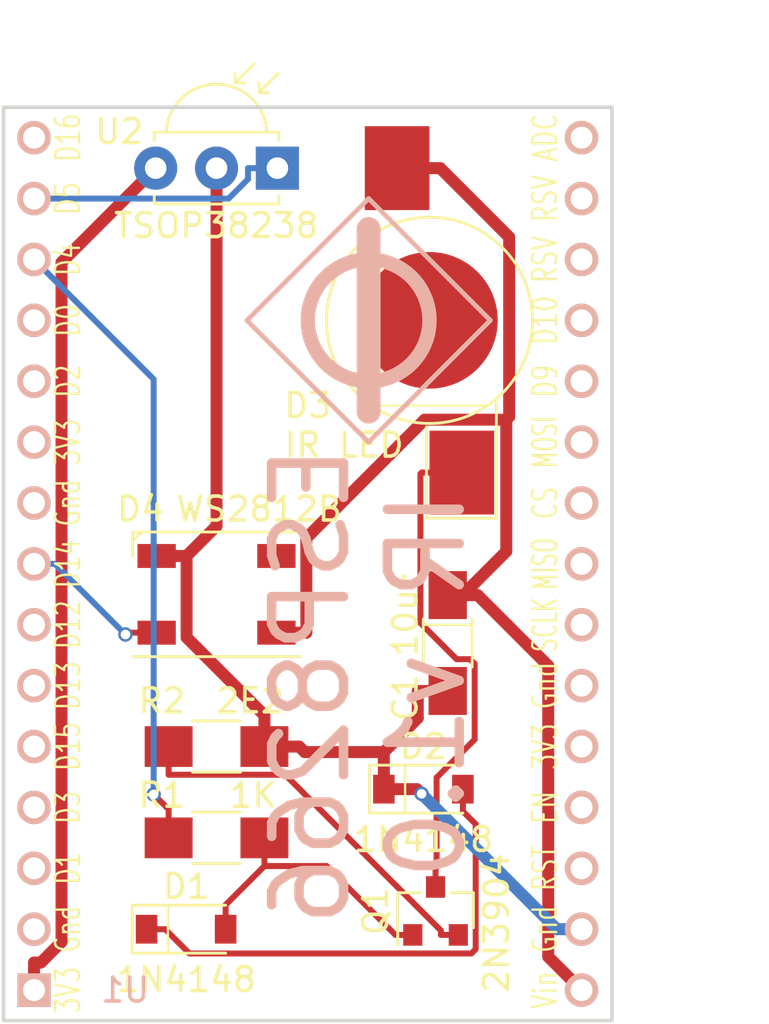
<source format=kicad_pcb>
(kicad_pcb (version 4) (host pcbnew 4.0.7)

  (general
    (links 17)
    (no_connects 0)
    (area 135.814999 98.9 171.68 141.045001)
    (thickness 1.6)
    (drawings 18)
    (tracks 84)
    (zones 0)
    (modules 10)
    (nets 36)
  )

  (page A4)
  (layers
    (0 F.Cu signal)
    (31 B.Cu signal)
    (32 B.Adhes user hide)
    (33 F.Adhes user hide)
    (34 B.Paste user hide)
    (35 F.Paste user hide)
    (36 B.SilkS user)
    (37 F.SilkS user)
    (38 B.Mask user)
    (39 F.Mask user)
    (40 Dwgs.User user)
    (41 Cmts.User user hide)
    (42 Eco1.User user hide)
    (43 Eco2.User user hide)
    (44 Edge.Cuts user)
    (45 Margin user hide)
    (46 B.CrtYd user hide)
    (47 F.CrtYd user hide)
    (48 B.Fab user hide)
    (49 F.Fab user hide)
  )

  (setup
    (last_trace_width 0.25)
    (trace_clearance 0.2)
    (zone_clearance 0.508)
    (zone_45_only no)
    (trace_min 0.2)
    (segment_width 0.1)
    (edge_width 0.15)
    (via_size 0.6)
    (via_drill 0.4)
    (via_min_size 0.4)
    (via_min_drill 0.3)
    (uvia_size 0.3)
    (uvia_drill 0.1)
    (uvias_allowed no)
    (uvia_min_size 0.2)
    (uvia_min_drill 0.1)
    (pcb_text_width 0.3)
    (pcb_text_size 1.5 1.5)
    (mod_edge_width 0.15)
    (mod_text_size 0.000001 0.000001)
    (mod_text_width 0.15)
    (pad_size 1.4 1.4)
    (pad_drill 0.6)
    (pad_to_mask_clearance 0.2)
    (aux_axis_origin 0 0)
    (visible_elements 7FFFFFFF)
    (pcbplotparams
      (layerselection 0x010f0_80000001)
      (usegerberextensions true)
      (excludeedgelayer true)
      (linewidth 0.100000)
      (plotframeref false)
      (viasonmask false)
      (mode 1)
      (useauxorigin false)
      (hpglpennumber 1)
      (hpglpenspeed 20)
      (hpglpendiameter 15)
      (hpglpenoverlay 2)
      (psnegative false)
      (psa4output false)
      (plotreference true)
      (plotvalue true)
      (plotinvisibletext false)
      (padsonsilk false)
      (subtractmaskfromsilk false)
      (outputformat 1)
      (mirror false)
      (drillshape 0)
      (scaleselection 1)
      (outputdirectory gerber/))
  )

  (net 0 "")
  (net 1 "Net-(D1-Pad1)")
  (net 2 "Net-(D1-Pad2)")
  (net 3 GND)
  (net 4 +5V)
  (net 5 "Net-(D3-Pad1)")
  (net 6 "Net-(D4-Pad4)")
  (net 7 "Net-(D4-Pad2)")
  (net 8 "Net-(Q1-Pad2)")
  (net 9 "Net-(R1-Pad1)")
  (net 10 +3V3)
  (net 11 "Net-(U1-Pad2)")
  (net 12 "Net-(U1-Pad5)")
  (net 13 "Net-(U1-Pad6)")
  (net 14 "Net-(U1-Pad7)")
  (net 15 "Net-(U1-Pad9)")
  (net 16 "Net-(U1-Pad10)")
  (net 17 "Net-(U1-Pad11)")
  (net 18 "Net-(U1-Pad12)")
  (net 19 "Net-(U1-Pad14)")
  (net 20 "Net-(U1-Pad15)")
  (net 21 "Net-(U1-Pad16)")
  (net 22 "Net-(U1-Pad17)")
  (net 23 "Net-(U1-Pad18)")
  (net 24 "Net-(U1-Pad19)")
  (net 25 "Net-(U1-Pad20)")
  (net 26 "Net-(U1-Pad21)")
  (net 27 "Net-(U1-Pad22)")
  (net 28 "Net-(U1-Pad23)")
  (net 29 "Net-(U1-Pad24)")
  (net 30 "Net-(U1-Pad25)")
  (net 31 "Net-(U1-Pad26)")
  (net 32 "Net-(U1-Pad27)")
  (net 33 "Net-(U1-Pad28)")
  (net 34 "Net-(U1-Pad3)")
  (net 35 "Net-(U1-Pad4)")

  (net_class Default "This is the default net class."
    (clearance 0.2)
    (trace_width 0.25)
    (via_dia 0.6)
    (via_drill 0.4)
    (uvia_dia 0.3)
    (uvia_drill 0.1)
    (add_net +3V3)
    (add_net "Net-(D1-Pad1)")
    (add_net "Net-(D1-Pad2)")
    (add_net "Net-(D3-Pad1)")
    (add_net "Net-(D4-Pad2)")
    (add_net "Net-(D4-Pad4)")
    (add_net "Net-(Q1-Pad2)")
    (add_net "Net-(R1-Pad1)")
    (add_net "Net-(U1-Pad10)")
    (add_net "Net-(U1-Pad11)")
    (add_net "Net-(U1-Pad12)")
    (add_net "Net-(U1-Pad14)")
    (add_net "Net-(U1-Pad15)")
    (add_net "Net-(U1-Pad16)")
    (add_net "Net-(U1-Pad17)")
    (add_net "Net-(U1-Pad18)")
    (add_net "Net-(U1-Pad19)")
    (add_net "Net-(U1-Pad2)")
    (add_net "Net-(U1-Pad20)")
    (add_net "Net-(U1-Pad21)")
    (add_net "Net-(U1-Pad22)")
    (add_net "Net-(U1-Pad23)")
    (add_net "Net-(U1-Pad24)")
    (add_net "Net-(U1-Pad25)")
    (add_net "Net-(U1-Pad26)")
    (add_net "Net-(U1-Pad27)")
    (add_net "Net-(U1-Pad28)")
    (add_net "Net-(U1-Pad3)")
    (add_net "Net-(U1-Pad4)")
    (add_net "Net-(U1-Pad5)")
    (add_net "Net-(U1-Pad6)")
    (add_net "Net-(U1-Pad7)")
    (add_net "Net-(U1-Pad9)")
  )

  (net_class Power ""
    (clearance 0.2)
    (trace_width 0.5)
    (via_dia 0.6)
    (via_drill 0.4)
    (uvia_dia 0.3)
    (uvia_drill 0.1)
    (add_net +5V)
    (add_net GND)
  )

  (module Diodes_SMD:D_SOD-123 (layer F.Cu) (tedit 5A963050) (tstamp 5A942876)
    (at 143.51 137.16)
    (descr SOD-123)
    (tags SOD-123)
    (path /5A93F0FF)
    (attr smd)
    (fp_text reference D1 (at 0 -1.778) (layer F.SilkS)
      (effects (font (size 1 1) (thickness 0.15)))
    )
    (fp_text value 1N4148 (at 0 2.1) (layer F.SilkS)
      (effects (font (size 1 1) (thickness 0.15)))
    )
    (fp_text user %R (at 0 -2) (layer F.Fab)
      (effects (font (size 1 1) (thickness 0.15)))
    )
    (fp_line (start -2.25 -1) (end -2.25 1) (layer F.SilkS) (width 0.12))
    (fp_line (start 0.25 0) (end 0.75 0) (layer F.Fab) (width 0.1))
    (fp_line (start 0.25 0.4) (end -0.35 0) (layer F.Fab) (width 0.1))
    (fp_line (start 0.25 -0.4) (end 0.25 0.4) (layer F.Fab) (width 0.1))
    (fp_line (start -0.35 0) (end 0.25 -0.4) (layer F.Fab) (width 0.1))
    (fp_line (start -0.35 0) (end -0.35 0.55) (layer F.Fab) (width 0.1))
    (fp_line (start -0.35 0) (end -0.35 -0.55) (layer F.Fab) (width 0.1))
    (fp_line (start -0.75 0) (end -0.35 0) (layer F.Fab) (width 0.1))
    (fp_line (start -1.4 0.9) (end -1.4 -0.9) (layer F.Fab) (width 0.1))
    (fp_line (start 1.4 0.9) (end -1.4 0.9) (layer F.Fab) (width 0.1))
    (fp_line (start 1.4 -0.9) (end 1.4 0.9) (layer F.Fab) (width 0.1))
    (fp_line (start -1.4 -0.9) (end 1.4 -0.9) (layer F.Fab) (width 0.1))
    (fp_line (start -2.35 -1.15) (end 2.35 -1.15) (layer F.CrtYd) (width 0.05))
    (fp_line (start 2.35 -1.15) (end 2.35 1.15) (layer F.CrtYd) (width 0.05))
    (fp_line (start 2.35 1.15) (end -2.35 1.15) (layer F.CrtYd) (width 0.05))
    (fp_line (start -2.35 -1.15) (end -2.35 1.15) (layer F.CrtYd) (width 0.05))
    (fp_line (start -2.25 1) (end 1.65 1) (layer F.SilkS) (width 0.12))
    (fp_line (start -2.25 -1) (end 1.65 -1) (layer F.SilkS) (width 0.12))
    (pad 1 smd rect (at -1.65 0) (size 0.9 1.2) (layers F.Cu F.Paste F.Mask)
      (net 1 "Net-(D1-Pad1)"))
    (pad 2 smd rect (at 1.65 0) (size 0.9 1.2) (layers F.Cu F.Paste F.Mask)
      (net 2 "Net-(D1-Pad2)"))
    (model ${KISYS3DMOD}/Diodes_SMD.3dshapes/D_SOD-123.wrl
      (at (xyz 0 0 0))
      (scale (xyz 1 1 1))
      (rotate (xyz 0 0 0))
    )
  )

  (module Diodes_SMD:D_SOD-123 (layer F.Cu) (tedit 5A96305B) (tstamp 5A94287C)
    (at 153.416 131.318)
    (descr SOD-123)
    (tags SOD-123)
    (path /5A93F142)
    (attr smd)
    (fp_text reference D2 (at 0 -1.778) (layer F.SilkS)
      (effects (font (size 1 1) (thickness 0.15)))
    )
    (fp_text value 1N4148 (at 0 2.1) (layer F.SilkS)
      (effects (font (size 1 1) (thickness 0.15)))
    )
    (fp_text user %R (at 0 -2) (layer F.Fab)
      (effects (font (size 1 1) (thickness 0.15)))
    )
    (fp_line (start -2.25 -1) (end -2.25 1) (layer F.SilkS) (width 0.12))
    (fp_line (start 0.25 0) (end 0.75 0) (layer F.Fab) (width 0.1))
    (fp_line (start 0.25 0.4) (end -0.35 0) (layer F.Fab) (width 0.1))
    (fp_line (start 0.25 -0.4) (end 0.25 0.4) (layer F.Fab) (width 0.1))
    (fp_line (start -0.35 0) (end 0.25 -0.4) (layer F.Fab) (width 0.1))
    (fp_line (start -0.35 0) (end -0.35 0.55) (layer F.Fab) (width 0.1))
    (fp_line (start -0.35 0) (end -0.35 -0.55) (layer F.Fab) (width 0.1))
    (fp_line (start -0.75 0) (end -0.35 0) (layer F.Fab) (width 0.1))
    (fp_line (start -1.4 0.9) (end -1.4 -0.9) (layer F.Fab) (width 0.1))
    (fp_line (start 1.4 0.9) (end -1.4 0.9) (layer F.Fab) (width 0.1))
    (fp_line (start 1.4 -0.9) (end 1.4 0.9) (layer F.Fab) (width 0.1))
    (fp_line (start -1.4 -0.9) (end 1.4 -0.9) (layer F.Fab) (width 0.1))
    (fp_line (start -2.35 -1.15) (end 2.35 -1.15) (layer F.CrtYd) (width 0.05))
    (fp_line (start 2.35 -1.15) (end 2.35 1.15) (layer F.CrtYd) (width 0.05))
    (fp_line (start 2.35 1.15) (end -2.35 1.15) (layer F.CrtYd) (width 0.05))
    (fp_line (start -2.35 -1.15) (end -2.35 1.15) (layer F.CrtYd) (width 0.05))
    (fp_line (start -2.25 1) (end 1.65 1) (layer F.SilkS) (width 0.12))
    (fp_line (start -2.25 -1) (end 1.65 -1) (layer F.SilkS) (width 0.12))
    (pad 1 smd rect (at -1.65 0) (size 0.9 1.2) (layers F.Cu F.Paste F.Mask)
      (net 3 GND))
    (pad 2 smd rect (at 1.65 0) (size 0.9 1.2) (layers F.Cu F.Paste F.Mask)
      (net 1 "Net-(D1-Pad1)"))
    (model ${KISYS3DMOD}/Diodes_SMD.3dshapes/D_SOD-123.wrl
      (at (xyz 0 0 0))
      (scale (xyz 1 1 1))
      (rotate (xyz 0 0 0))
    )
  )

  (module LEDs:LED_1W_3W_R8 (layer F.Cu) (tedit 5A962FF8) (tstamp 5A942883)
    (at 153.67 111.76 90)
    (descr https://www.gme.cz/data/attachments/dsh.518-234.1.pdf)
    (tags "LED 1W 3W 5W")
    (path /5A93F1AC)
    (attr smd)
    (fp_text reference D3 (at -3.556 -5.08 180) (layer F.SilkS)
      (effects (font (size 1 1) (thickness 0.15)))
    )
    (fp_text value "IR LED" (at -5.207 -3.556 180) (layer F.SilkS)
      (effects (font (size 1 1) (thickness 0.15)))
    )
    (fp_text user %R (at 0 -2.54 90) (layer F.Fab)
      (effects (font (size 1 1) (thickness 0.15)))
    )
    (fp_line (start -2.54 0) (end -1.27 0) (layer F.Fab) (width 0.1))
    (fp_line (start -1.27 -1.27) (end -1.27 1.27) (layer F.Fab) (width 0.1))
    (fp_line (start 1.27 0) (end 2.54 0) (layer F.Fab) (width 0.1))
    (fp_line (start 1.27 1.27) (end 1.27 0) (layer F.Fab) (width 0.1))
    (fp_line (start -1.27 0) (end 1.27 1.27) (layer F.Fab) (width 0.1))
    (fp_line (start 1.27 -1.27) (end 1.27 1.27) (layer F.Fab) (width 0.1))
    (fp_line (start -1.27 0) (end 1.27 -1.27) (layer F.Fab) (width 0.1))
    (fp_arc (start 0 0) (end 4.59 0.45) (angle 131.3332206) (layer F.CrtYd) (width 0.05))
    (fp_arc (start 0 0) (end -4.59 -0.45) (angle 131.3332206) (layer F.CrtYd) (width 0.05))
    (fp_line (start 8.55 0.45) (end 4.59 0.45) (layer F.CrtYd) (width 0.05))
    (fp_line (start 8.55 -3.15) (end 8.55 0.45) (layer F.CrtYd) (width 0.05))
    (fp_line (start 3.37 -3.15) (end 8.55 -3.15) (layer F.CrtYd) (width 0.05))
    (fp_line (start -8.55 3.15) (end -3.37 3.15) (layer F.CrtYd) (width 0.05))
    (fp_line (start -8.55 -0.45) (end -8.55 3.15) (layer F.CrtYd) (width 0.05))
    (fp_line (start -4.59 -0.45) (end -8.55 -0.45) (layer F.CrtYd) (width 0.05))
    (fp_line (start -8.255 2.794) (end -3.429 2.794) (layer F.SilkS) (width 0.12))
    (fp_line (start -8.255 -0.127) (end -8.255 2.794) (layer F.SilkS) (width 0.12))
    (fp_line (start -4.445 -0.127) (end -8.255 -0.127) (layer F.SilkS) (width 0.12))
    (fp_circle (center 0 0) (end -4.3 0) (layer F.SilkS) (width 0.12))
    (fp_line (start 4.318 1.016) (end 5.334 1.016) (layer F.Fab) (width 0.1))
    (fp_line (start -5.334 -1.016) (end -4.318 -1.016) (layer F.Fab) (width 0.1))
    (fp_line (start 4.826 1.524) (end 4.826 0.508) (layer F.Fab) (width 0.1))
    (fp_circle (center 0 0) (end 4.025 0) (layer F.Fab) (width 0.1))
    (pad 2 smd rect (at 6.35 -1.35 90) (size 3.5 2.7) (layers F.Cu F.Paste F.Mask)
      (net 4 +5V))
    (pad 1 smd rect (at -6.35 1.35 90) (size 3.5 2.7) (layers F.Cu F.Paste F.Mask)
      (net 5 "Net-(D3-Pad1)"))
    (pad 3 smd circle (at 0 0 90) (size 5.7 5.7) (layers F.Cu F.Paste F.Mask))
    (model ${KISYS3DMOD}/LEDs.3dshapes/LED_1W_3W_R8.wrl
      (at (xyz 0 0 0))
      (scale (xyz 1 1 1))
      (rotate (xyz 0 0 0))
    )
  )

  (module LEDs:LED_WS2812B-PLCC4 (layer F.Cu) (tedit 5A962070) (tstamp 5A94288B)
    (at 144.78 123.19 180)
    (descr http://www.world-semi.com/uploads/soft/150522/1-150522091P5.pdf)
    (tags "LED NeoPixel")
    (path /5A941A9D)
    (attr smd)
    (fp_text reference D4 (at 3.175 3.556 180) (layer F.SilkS)
      (effects (font (size 1 1) (thickness 0.15)))
    )
    (fp_text value WS2812B (at -1.778 3.556 180) (layer F.SilkS)
      (effects (font (size 1 1) (thickness 0.15)))
    )
    (fp_line (start 3.75 -2.85) (end -3.75 -2.85) (layer F.CrtYd) (width 0.05))
    (fp_line (start 3.75 2.85) (end 3.75 -2.85) (layer F.CrtYd) (width 0.05))
    (fp_line (start -3.75 2.85) (end 3.75 2.85) (layer F.CrtYd) (width 0.05))
    (fp_line (start -3.75 -2.85) (end -3.75 2.85) (layer F.CrtYd) (width 0.05))
    (fp_line (start 2.5 1.5) (end 1.5 2.5) (layer F.Fab) (width 0.1))
    (fp_line (start -2.5 -2.5) (end -2.5 2.5) (layer F.Fab) (width 0.1))
    (fp_line (start -2.5 2.5) (end 2.5 2.5) (layer F.Fab) (width 0.1))
    (fp_line (start 2.5 2.5) (end 2.5 -2.5) (layer F.Fab) (width 0.1))
    (fp_line (start 2.5 -2.5) (end -2.5 -2.5) (layer F.Fab) (width 0.1))
    (fp_line (start -3.5 -2.6) (end 3.5 -2.6) (layer F.SilkS) (width 0.12))
    (fp_line (start -3.5 2.6) (end 3.5 2.6) (layer F.SilkS) (width 0.12))
    (fp_line (start 3.5 2.6) (end 3.5 1.6) (layer F.SilkS) (width 0.12))
    (fp_circle (center 0 0) (end 0 -2) (layer F.Fab) (width 0.1))
    (pad 3 smd rect (at 2.5 1.6 180) (size 1.6 1) (layers F.Cu F.Paste F.Mask)
      (net 3 GND))
    (pad 4 smd rect (at 2.5 -1.6 180) (size 1.6 1) (layers F.Cu F.Paste F.Mask)
      (net 6 "Net-(D4-Pad4)"))
    (pad 2 smd rect (at -2.5 1.6 180) (size 1.6 1) (layers F.Cu F.Paste F.Mask)
      (net 7 "Net-(D4-Pad2)"))
    (pad 1 smd rect (at -2.5 -1.6 180) (size 1.6 1) (layers F.Cu F.Paste F.Mask)
      (net 4 +5V))
    (model ${KISYS3DMOD}/LEDs.3dshapes/LED_WS2812B-PLCC4.wrl
      (at (xyz 0 0 0))
      (scale (xyz 0.39 0.39 0.39))
      (rotate (xyz 0 0 180))
    )
  )

  (module TO_SOT_Packages_SMD:SOT-23 (layer F.Cu) (tedit 5A9635F4) (tstamp 5A942892)
    (at 153.924 136.398 90)
    (descr "SOT-23, Standard")
    (tags SOT-23)
    (path /5A93EF58)
    (attr smd)
    (fp_text reference Q1 (at 0 -2.5 90) (layer F.SilkS)
      (effects (font (size 1 1) (thickness 0.15)))
    )
    (fp_text value 2N3904 (at -0.508 2.54 90) (layer F.SilkS)
      (effects (font (size 1 1) (thickness 0.15)))
    )
    (fp_text user %R (at 0 0 180) (layer F.Fab)
      (effects (font (size 0.5 0.5) (thickness 0.075)))
    )
    (fp_line (start -0.7 -0.95) (end -0.7 1.5) (layer F.Fab) (width 0.1))
    (fp_line (start -0.15 -1.52) (end 0.7 -1.52) (layer F.Fab) (width 0.1))
    (fp_line (start -0.7 -0.95) (end -0.15 -1.52) (layer F.Fab) (width 0.1))
    (fp_line (start 0.7 -1.52) (end 0.7 1.52) (layer F.Fab) (width 0.1))
    (fp_line (start -0.7 1.52) (end 0.7 1.52) (layer F.Fab) (width 0.1))
    (fp_line (start 0.76 1.58) (end 0.76 0.65) (layer F.SilkS) (width 0.12))
    (fp_line (start 0.76 -1.58) (end 0.76 -0.65) (layer F.SilkS) (width 0.12))
    (fp_line (start -1.7 -1.75) (end 1.7 -1.75) (layer F.CrtYd) (width 0.05))
    (fp_line (start 1.7 -1.75) (end 1.7 1.75) (layer F.CrtYd) (width 0.05))
    (fp_line (start 1.7 1.75) (end -1.7 1.75) (layer F.CrtYd) (width 0.05))
    (fp_line (start -1.7 1.75) (end -1.7 -1.75) (layer F.CrtYd) (width 0.05))
    (fp_line (start 0.76 -1.58) (end -1.4 -1.58) (layer F.SilkS) (width 0.12))
    (fp_line (start 0.76 1.58) (end -0.7 1.58) (layer F.SilkS) (width 0.12))
    (pad 1 smd rect (at -1 -0.95 90) (size 0.9 0.8) (layers F.Cu F.Paste F.Mask)
      (net 2 "Net-(D1-Pad2)"))
    (pad 2 smd rect (at -1 0.95 90) (size 0.9 0.8) (layers F.Cu F.Paste F.Mask)
      (net 8 "Net-(Q1-Pad2)"))
    (pad 3 smd rect (at 1 0 90) (size 0.9 0.8) (layers F.Cu F.Paste F.Mask)
      (net 5 "Net-(D3-Pad1)"))
    (model ${KISYS3DMOD}/TO_SOT_Packages_SMD.3dshapes/SOT-23.wrl
      (at (xyz 0 0 0))
      (scale (xyz 1 1 1))
      (rotate (xyz 0 0 0))
    )
  )

  (module Resistors_SMD:R_1206_HandSoldering (layer F.Cu) (tedit 5A9620E1) (tstamp 5A942898)
    (at 144.78 133.35)
    (descr "Resistor SMD 1206, hand soldering")
    (tags "resistor 1206")
    (path /5A93F17B)
    (attr smd)
    (fp_text reference R1 (at -2.286 -1.778) (layer F.SilkS)
      (effects (font (size 1 1) (thickness 0.15)))
    )
    (fp_text value 1K (at 1.524 -1.778) (layer F.SilkS)
      (effects (font (size 1 1) (thickness 0.15)))
    )
    (fp_text user %R (at 0 0) (layer F.Fab)
      (effects (font (size 0.7 0.7) (thickness 0.105)))
    )
    (fp_line (start -1.6 0.8) (end -1.6 -0.8) (layer F.Fab) (width 0.1))
    (fp_line (start 1.6 0.8) (end -1.6 0.8) (layer F.Fab) (width 0.1))
    (fp_line (start 1.6 -0.8) (end 1.6 0.8) (layer F.Fab) (width 0.1))
    (fp_line (start -1.6 -0.8) (end 1.6 -0.8) (layer F.Fab) (width 0.1))
    (fp_line (start 1 1.07) (end -1 1.07) (layer F.SilkS) (width 0.12))
    (fp_line (start -1 -1.07) (end 1 -1.07) (layer F.SilkS) (width 0.12))
    (fp_line (start -3.25 -1.11) (end 3.25 -1.11) (layer F.CrtYd) (width 0.05))
    (fp_line (start -3.25 -1.11) (end -3.25 1.1) (layer F.CrtYd) (width 0.05))
    (fp_line (start 3.25 1.1) (end 3.25 -1.11) (layer F.CrtYd) (width 0.05))
    (fp_line (start 3.25 1.1) (end -3.25 1.1) (layer F.CrtYd) (width 0.05))
    (pad 1 smd rect (at -2 0) (size 2 1.7) (layers F.Cu F.Paste F.Mask)
      (net 9 "Net-(R1-Pad1)"))
    (pad 2 smd rect (at 2 0) (size 2 1.7) (layers F.Cu F.Paste F.Mask)
      (net 2 "Net-(D1-Pad2)"))
    (model ${KISYS3DMOD}/Resistors_SMD.3dshapes/R_1206.wrl
      (at (xyz 0 0 0))
      (scale (xyz 1 1 1))
      (rotate (xyz 0 0 0))
    )
  )

  (module Resistors_SMD:R_1206_HandSoldering (layer F.Cu) (tedit 5ABE2EE6) (tstamp 5A94289E)
    (at 144.78 129.54)
    (descr "Resistor SMD 1206, hand soldering")
    (tags "resistor 1206")
    (path /5A93F0A8)
    (attr smd)
    (fp_text reference R2 (at -2.286 -1.905) (layer F.SilkS)
      (effects (font (size 1 1) (thickness 0.15)))
    )
    (fp_text value 2E2 (at 1.397 -1.905) (layer F.SilkS)
      (effects (font (size 1 1) (thickness 0.15)))
    )
    (fp_text user %R (at 0 0) (layer F.Fab)
      (effects (font (size 0.7 0.7) (thickness 0.105)))
    )
    (fp_line (start -1.6 0.8) (end -1.6 -0.8) (layer F.Fab) (width 0.1))
    (fp_line (start 1.6 0.8) (end -1.6 0.8) (layer F.Fab) (width 0.1))
    (fp_line (start 1.6 -0.8) (end 1.6 0.8) (layer F.Fab) (width 0.1))
    (fp_line (start -1.6 -0.8) (end 1.6 -0.8) (layer F.Fab) (width 0.1))
    (fp_line (start 1 1.07) (end -1 1.07) (layer F.SilkS) (width 0.12))
    (fp_line (start -1 -1.07) (end 1 -1.07) (layer F.SilkS) (width 0.12))
    (fp_line (start -3.25 -1.11) (end 3.25 -1.11) (layer F.CrtYd) (width 0.05))
    (fp_line (start -3.25 -1.11) (end -3.25 1.1) (layer F.CrtYd) (width 0.05))
    (fp_line (start 3.25 1.1) (end 3.25 -1.11) (layer F.CrtYd) (width 0.05))
    (fp_line (start 3.25 1.1) (end -3.25 1.1) (layer F.CrtYd) (width 0.05))
    (pad 1 smd rect (at -2 0) (size 2 1.7) (layers F.Cu F.Paste F.Mask)
      (net 8 "Net-(Q1-Pad2)"))
    (pad 2 smd rect (at 2 0) (size 2 1.7) (layers F.Cu F.Paste F.Mask)
      (net 3 GND))
    (model ${KISYS3DMOD}/Resistors_SMD.3dshapes/R_1206.wrl
      (at (xyz 0 0 0))
      (scale (xyz 1 1 1))
      (rotate (xyz 0 0 0))
    )
  )

  (module MyMod:ESP8266_DEV_KIT (layer B.Cu) (tedit 5ABE2EC3) (tstamp 5A9428C0)
    (at 148.59 139.7)
    (descr "ESP8266 Dev Kit")
    (path /5970D8A7)
    (fp_text reference U1 (at -7.62 0) (layer B.SilkS)
      (effects (font (size 1 1) (thickness 0.15)) (justify mirror))
    )
    (fp_text value ESP8266-DEVKIT (at 2.54 -35.56) (layer B.SilkS) hide
      (effects (font (size 1.016 1.016) (thickness 0.2032)) (justify mirror))
    )
    (fp_text user Vin (at 9.91 0 270) (layer F.SilkS)
      (effects (font (size 1 0.7) (thickness 0.1)))
    )
    (fp_text user Gnd (at 9.91 -2.54 270) (layer F.SilkS)
      (effects (font (size 1 0.7) (thickness 0.1)))
    )
    (fp_text user RST (at 9.91 -5.08 270) (layer F.SilkS)
      (effects (font (size 1 0.7) (thickness 0.1)))
    )
    (fp_text user EN (at 9.91 -7.62 270) (layer F.SilkS)
      (effects (font (size 1 0.7) (thickness 0.1)))
    )
    (fp_text user 3V3 (at 9.91 -10.16 270) (layer F.SilkS)
      (effects (font (size 1 0.7) (thickness 0.1)))
    )
    (fp_text user Gnd (at 9.91 -12.7 270) (layer F.SilkS)
      (effects (font (size 1 0.7) (thickness 0.1)))
    )
    (fp_text user SCLK (at 9.91 -15.24 270) (layer F.SilkS)
      (effects (font (size 1 0.6) (thickness 0.1)))
    )
    (fp_text user MISO (at 9.91 -17.78 270) (layer F.SilkS)
      (effects (font (size 1 0.6) (thickness 0.1)))
    )
    (fp_text user CS (at 9.91 -20.32 270) (layer F.SilkS)
      (effects (font (size 1 0.7) (thickness 0.1)))
    )
    (fp_text user MOSI (at 9.91 -22.86 270) (layer F.SilkS)
      (effects (font (size 1 0.6) (thickness 0.1)))
    )
    (fp_text user D9 (at 9.91 -25.4 270) (layer F.SilkS)
      (effects (font (size 1 0.7) (thickness 0.1)))
    )
    (fp_text user D10 (at 9.91 -27.94 270) (layer F.SilkS)
      (effects (font (size 1 0.7) (thickness 0.1)))
    )
    (fp_text user RSV (at 9.91 -30.48 270) (layer F.SilkS)
      (effects (font (size 1 0.7) (thickness 0.1)))
    )
    (fp_text user RSV (at 9.91 -33.02 270) (layer F.SilkS)
      (effects (font (size 1 0.7) (thickness 0.1)))
    )
    (fp_text user ADC (at 9.91 -35.56 270) (layer F.SilkS)
      (effects (font (size 1 0.7) (thickness 0.1)))
    )
    (fp_text user D16 (at -10.01 -35.56 270) (layer F.SilkS)
      (effects (font (size 1 0.7) (thickness 0.1)))
    )
    (fp_text user D5 (at -10.01 -33.02 270) (layer F.SilkS)
      (effects (font (size 1 0.7) (thickness 0.1)))
    )
    (fp_text user D4 (at -10.01 -30.48 270) (layer F.SilkS)
      (effects (font (size 1 0.7) (thickness 0.1)))
    )
    (fp_text user D0 (at -10.01 -27.94 270) (layer F.SilkS)
      (effects (font (size 1 0.7) (thickness 0.1)))
    )
    (fp_text user D2 (at -10.01 -25.4 270) (layer F.SilkS)
      (effects (font (size 1 0.7) (thickness 0.1)))
    )
    (fp_text user 3V3 (at -10.01 -22.86 270) (layer F.SilkS)
      (effects (font (size 1 0.7) (thickness 0.1)))
    )
    (fp_text user Gnd (at -10.01 -20.32 270) (layer F.SilkS)
      (effects (font (size 1 0.7) (thickness 0.1)))
    )
    (fp_text user D14 (at -10.01 -17.78 270) (layer F.SilkS)
      (effects (font (size 1 0.7) (thickness 0.1)))
    )
    (fp_text user D12 (at -10.01 -15.24 270) (layer F.SilkS)
      (effects (font (size 1 0.7) (thickness 0.1)))
    )
    (fp_text user D13 (at -10.01 -12.7 270) (layer F.SilkS)
      (effects (font (size 1 0.7) (thickness 0.1)))
    )
    (fp_text user D15 (at -10.01 -10.16 270) (layer F.SilkS)
      (effects (font (size 1 0.7) (thickness 0.1)))
    )
    (fp_text user D3 (at -10.01 -7.62 270) (layer F.SilkS)
      (effects (font (size 1 0.7) (thickness 0.1)))
    )
    (fp_text user D1 (at -10.01 -5.08 270) (layer F.SilkS)
      (effects (font (size 1 0.7) (thickness 0.1)))
    )
    (fp_text user Gnd (at -10.01 -2.54 270) (layer F.SilkS)
      (effects (font (size 1 0.7) (thickness 0.1)))
    )
    (fp_text user 3V3 (at -10.01 0 270) (layer F.SilkS)
      (effects (font (size 1 0.7) (thickness 0.1)))
    )
    (pad 1 thru_hole rect (at -11.43 0) (size 1.397 1.397) (drill 0.9144) (layers *.Cu *.Mask B.SilkS)
      (net 10 +3V3))
    (pad 2 thru_hole circle (at -11.43 -2.54) (size 1.397 1.397) (drill 0.9144) (layers *.Cu *.Mask B.SilkS)
      (net 11 "Net-(U1-Pad2)"))
    (pad 3 thru_hole circle (at -11.43 -5.08) (size 1.397 1.397) (drill 0.9144) (layers *.Cu *.Mask B.SilkS)
      (net 34 "Net-(U1-Pad3)"))
    (pad 4 thru_hole circle (at -11.43 -7.62) (size 1.397 1.397) (drill 0.9144) (layers *.Cu *.Mask B.SilkS)
      (net 35 "Net-(U1-Pad4)"))
    (pad 5 thru_hole circle (at -11.43 -10.16) (size 1.397 1.397) (drill 0.9144) (layers *.Cu *.Mask B.SilkS)
      (net 12 "Net-(U1-Pad5)"))
    (pad 6 thru_hole circle (at -11.43 -12.7) (size 1.397 1.397) (drill 0.9144) (layers *.Cu *.Mask B.SilkS)
      (net 13 "Net-(U1-Pad6)"))
    (pad 7 thru_hole circle (at -11.43 -15.24) (size 1.397 1.397) (drill 0.9144) (layers *.Cu *.Mask B.SilkS)
      (net 14 "Net-(U1-Pad7)"))
    (pad 8 thru_hole circle (at -11.43 -17.78) (size 1.397 1.397) (drill 0.9144) (layers *.Cu *.Mask B.SilkS)
      (net 6 "Net-(D4-Pad4)"))
    (pad 9 thru_hole circle (at -11.43 -20.32) (size 1.397 1.397) (drill 0.9144) (layers *.Cu *.Mask B.SilkS)
      (net 15 "Net-(U1-Pad9)"))
    (pad 10 thru_hole circle (at -11.43 -22.86) (size 1.397 1.397) (drill 0.9144) (layers *.Cu *.Mask B.SilkS)
      (net 16 "Net-(U1-Pad10)"))
    (pad 11 thru_hole circle (at -11.43 -25.4) (size 1.397 1.397) (drill 0.9144) (layers *.Cu *.Mask B.SilkS)
      (net 17 "Net-(U1-Pad11)"))
    (pad 12 thru_hole circle (at -11.43 -27.94) (size 1.397 1.397) (drill 0.9144) (layers *.Cu *.Mask B.SilkS)
      (net 18 "Net-(U1-Pad12)"))
    (pad 13 thru_hole circle (at -11.43 -30.48) (size 1.397 1.397) (drill 0.9144) (layers *.Cu *.Mask B.SilkS)
      (net 9 "Net-(R1-Pad1)"))
    (pad 14 thru_hole circle (at -11.43 -33.02) (size 1.397 1.397) (drill 0.9144) (layers *.Cu *.Mask B.SilkS)
      (net 19 "Net-(U1-Pad14)"))
    (pad 15 thru_hole circle (at -11.43 -35.56) (size 1.397 1.397) (drill 0.9144) (layers *.Cu *.Mask B.SilkS)
      (net 20 "Net-(U1-Pad15)"))
    (pad 16 thru_hole circle (at 11.43 -35.56) (size 1.397 1.397) (drill 0.9144) (layers *.Cu *.Mask B.SilkS)
      (net 21 "Net-(U1-Pad16)"))
    (pad 17 thru_hole circle (at 11.43 -33.02) (size 1.397 1.397) (drill 0.9144) (layers *.Cu *.Mask B.SilkS)
      (net 22 "Net-(U1-Pad17)"))
    (pad 18 thru_hole circle (at 11.43 -30.48) (size 1.397 1.397) (drill 0.9144) (layers *.Cu *.Mask B.SilkS)
      (net 23 "Net-(U1-Pad18)"))
    (pad 19 thru_hole circle (at 11.43 -27.94) (size 1.397 1.397) (drill 0.9144) (layers *.Cu *.Mask B.SilkS)
      (net 24 "Net-(U1-Pad19)"))
    (pad 20 thru_hole circle (at 11.43 -25.4) (size 1.397 1.397) (drill 0.9144) (layers *.Cu *.Mask B.SilkS)
      (net 25 "Net-(U1-Pad20)"))
    (pad 21 thru_hole circle (at 11.43 -22.86) (size 1.397 1.397) (drill 0.9144) (layers *.Cu *.Mask B.SilkS)
      (net 26 "Net-(U1-Pad21)"))
    (pad 22 thru_hole circle (at 11.43 -20.32) (size 1.397 1.397) (drill 0.9144) (layers *.Cu *.Mask B.SilkS)
      (net 27 "Net-(U1-Pad22)"))
    (pad 23 thru_hole circle (at 11.43 -17.78) (size 1.397 1.397) (drill 0.9144) (layers *.Cu *.Mask B.SilkS)
      (net 28 "Net-(U1-Pad23)"))
    (pad 24 thru_hole circle (at 11.43 -15.24) (size 1.397 1.397) (drill 0.9144) (layers *.Cu *.Mask B.SilkS)
      (net 29 "Net-(U1-Pad24)"))
    (pad 25 thru_hole circle (at 11.43 -12.7) (size 1.397 1.397) (drill 0.9144) (layers *.Cu *.Mask B.SilkS)
      (net 30 "Net-(U1-Pad25)"))
    (pad 26 thru_hole circle (at 11.43 -10.16) (size 1.397 1.397) (drill 0.9144) (layers *.Cu *.Mask B.SilkS)
      (net 31 "Net-(U1-Pad26)"))
    (pad 27 thru_hole circle (at 11.43 -7.62) (size 1.397 1.397) (drill 0.9144) (layers *.Cu *.Mask B.SilkS)
      (net 32 "Net-(U1-Pad27)"))
    (pad 28 thru_hole circle (at 11.43 -5.08) (size 1.397 1.397) (drill 0.9144) (layers *.Cu *.Mask B.SilkS)
      (net 33 "Net-(U1-Pad28)"))
    (pad 29 thru_hole circle (at 11.43 -2.54) (size 1.397 1.397) (drill 0.9144) (layers *.Cu *.Mask B.SilkS)
      (net 3 GND))
    (pad 30 thru_hole circle (at 11.43 0) (size 1.397 1.397) (drill 0.9144) (layers *.Cu *.Mask B.SilkS)
      (net 4 +5V))
    (model dil/dil_18.wrl
      (at (xyz 0 0 0))
      (scale (xyz 1 1 1))
      (rotate (xyz 0 0 0))
    )
  )

  (module Opto-Devices:IRReceiver_Vishay_MINICAST-3pin (layer F.Cu) (tedit 5A962FE8) (tstamp 5A9428C7)
    (at 147.32 105.41 180)
    (descr "IR Receiver Vishay TSOP-xxxx, MINICAST package")
    (tags "IR Receiver Vishay TSOP-xxxx MINICAST")
    (path /5A93EDD8)
    (fp_text reference U2 (at 6.604 1.524 360) (layer F.SilkS)
      (effects (font (size 1 1) (thickness 0.15)))
    )
    (fp_text value TSOP38238 (at 2.55 -2.4 180) (layer F.SilkS)
      (effects (font (size 1 1) (thickness 0.15)))
    )
    (fp_text user %R (at 2.54 0 180) (layer F.Fab)
      (effects (font (size 1 1) (thickness 0.15)))
    )
    (fp_line (start 5.14 -1.16) (end 5.14 -1.5) (layer F.SilkS) (width 0.12))
    (fp_line (start 5.14 -1.5) (end -0.06 -1.5) (layer F.SilkS) (width 0.12))
    (fp_line (start -0.06 -1.5) (end -0.06 -1.16) (layer F.SilkS) (width 0.12))
    (fp_line (start 5.14 1.16) (end 5.14 1.5) (layer F.SilkS) (width 0.12))
    (fp_line (start 5.14 1.5) (end -0.06 1.5) (layer F.SilkS) (width 0.12))
    (fp_line (start -0.06 1.5) (end -0.06 1.16) (layer F.SilkS) (width 0.12))
    (fp_line (start 0.04 -1.4) (end 5.04 -1.4) (layer F.Fab) (width 0.1))
    (fp_line (start 5.04 -1.4) (end 5.04 1.4) (layer F.Fab) (width 0.1))
    (fp_line (start 5.04 1.4) (end 0.04 1.4) (layer F.Fab) (width 0.1))
    (fp_line (start 0.04 1.4) (end 0.04 -1.4) (layer F.Fab) (width 0.1))
    (fp_line (start 0.77 3.15) (end 0.37 3.15) (layer F.SilkS) (width 0.12))
    (fp_line (start 0.77 3.15) (end 0.77 3.55) (layer F.SilkS) (width 0.12))
    (fp_line (start 0.77 3.15) (end -0.03 3.95) (layer F.SilkS) (width 0.12))
    (fp_line (start 1.77 3.55) (end 0.97 4.35) (layer F.SilkS) (width 0.12))
    (fp_line (start 1.77 3.55) (end 1.77 3.95) (layer F.SilkS) (width 0.12))
    (fp_line (start 1.77 3.55) (end 1.37 3.55) (layer F.SilkS) (width 0.12))
    (fp_line (start -1.15 -1.65) (end 6.23 -1.65) (layer F.CrtYd) (width 0.05))
    (fp_line (start -1.15 -1.65) (end -1.15 3.7) (layer F.CrtYd) (width 0.05))
    (fp_line (start 6.23 3.7) (end 6.23 -1.65) (layer F.CrtYd) (width 0.05))
    (fp_line (start 6.23 3.7) (end -1.15 3.7) (layer F.CrtYd) (width 0.05))
    (fp_arc (start 2.54 1.4) (end 4.64 1.5) (angle 174.5) (layer F.SilkS) (width 0.12))
    (fp_arc (start 2.54 1.4) (end 4.54 1.4) (angle 180) (layer F.Fab) (width 0.1))
    (pad 1 thru_hole rect (at 0 0 180) (size 1.8 1.8) (drill 0.9) (layers *.Cu *.Mask)
      (net 19 "Net-(U1-Pad14)"))
    (pad 2 thru_hole circle (at 2.54 0 180) (size 1.8 1.8) (drill 0.9) (layers *.Cu *.Mask)
      (net 3 GND))
    (pad 3 thru_hole circle (at 5.08 0 180) (size 1.8 1.8) (drill 0.9) (layers *.Cu *.Mask)
      (net 10 +3V3))
    (model ${KISYS3DMOD}/Opto-Devices.3dshapes/IRReceiver_Vishay_MINICAST-3pin.wrl
      (at (xyz 0 0 0))
      (scale (xyz 1 1 1))
      (rotate (xyz 0 0 0))
    )
  )

  (module Capacitors_SMD:C_1206_HandSoldering (layer F.Cu) (tedit 5ABE2F12) (tstamp 5A94DF3D)
    (at 154.432 125.222 270)
    (descr "Capacitor SMD 1206, hand soldering")
    (tags "capacitor 1206")
    (path /5A94D822)
    (attr smd)
    (fp_text reference C1 (at 2.286 1.778 270) (layer F.SilkS)
      (effects (font (size 1 1) (thickness 0.15)))
    )
    (fp_text value 10uF (at -1.27 1.778 270) (layer F.SilkS)
      (effects (font (size 1 1) (thickness 0.15)))
    )
    (fp_text user %R (at 0 -1.75 270) (layer F.Fab)
      (effects (font (size 1 1) (thickness 0.15)))
    )
    (fp_line (start -1.6 0.8) (end -1.6 -0.8) (layer F.Fab) (width 0.1))
    (fp_line (start 1.6 0.8) (end -1.6 0.8) (layer F.Fab) (width 0.1))
    (fp_line (start 1.6 -0.8) (end 1.6 0.8) (layer F.Fab) (width 0.1))
    (fp_line (start -1.6 -0.8) (end 1.6 -0.8) (layer F.Fab) (width 0.1))
    (fp_line (start 1 -1.02) (end -1 -1.02) (layer F.SilkS) (width 0.12))
    (fp_line (start -1 1.02) (end 1 1.02) (layer F.SilkS) (width 0.12))
    (fp_line (start -3.25 -1.05) (end 3.25 -1.05) (layer F.CrtYd) (width 0.05))
    (fp_line (start -3.25 -1.05) (end -3.25 1.05) (layer F.CrtYd) (width 0.05))
    (fp_line (start 3.25 1.05) (end 3.25 -1.05) (layer F.CrtYd) (width 0.05))
    (fp_line (start 3.25 1.05) (end -3.25 1.05) (layer F.CrtYd) (width 0.05))
    (pad 1 smd rect (at -2 0 270) (size 2 1.6) (layers F.Cu F.Paste F.Mask)
      (net 4 +5V))
    (pad 2 smd rect (at 2 0 270) (size 2 1.6) (layers F.Cu F.Paste F.Mask)
      (net 3 GND))
    (model Capacitors_SMD.3dshapes/C_1206.wrl
      (at (xyz 0 0 0))
      (scale (xyz 1 1 1))
      (rotate (xyz 0 0 0))
    )
  )

  (dimension 38.1 (width 0.3) (layer Dwgs.User)
    (gr_text "38.100 mm" (at 165.18 121.92 270) (layer Dwgs.User)
      (effects (font (size 1.5 1.5) (thickness 0.3)))
    )
    (feature1 (pts (xy 161.29 140.97) (xy 166.53 140.97)))
    (feature2 (pts (xy 161.29 102.87) (xy 166.53 102.87)))
    (crossbar (pts (xy 163.83 102.87) (xy 163.83 140.97)))
    (arrow1a (pts (xy 163.83 140.97) (xy 163.243579 139.843496)))
    (arrow1b (pts (xy 163.83 140.97) (xy 164.416421 139.843496)))
    (arrow2a (pts (xy 163.83 102.87) (xy 163.243579 103.996504)))
    (arrow2b (pts (xy 163.83 102.87) (xy 164.416421 103.996504)))
  )
  (dimension 25.4 (width 0.3) (layer Dwgs.User)
    (gr_text "25.400 mm" (at 148.59 100.25) (layer Dwgs.User)
      (effects (font (size 1.5 1.5) (thickness 0.3)))
    )
    (feature1 (pts (xy 161.29 102.87) (xy 161.29 98.9)))
    (feature2 (pts (xy 135.89 102.87) (xy 135.89 98.9)))
    (crossbar (pts (xy 135.89 101.6) (xy 161.29 101.6)))
    (arrow1a (pts (xy 161.29 101.6) (xy 160.163496 102.186421)))
    (arrow1b (pts (xy 161.29 101.6) (xy 160.163496 101.013579)))
    (arrow2a (pts (xy 135.89 101.6) (xy 137.016504 102.186421)))
    (arrow2b (pts (xy 135.89 101.6) (xy 137.016504 101.013579)))
  )
  (gr_text "ESP8266\nIR v1.0" (at 151.13 127 90) (layer B.SilkS)
    (effects (font (size 3 3) (thickness 0.4)) (justify mirror))
  )
  (gr_line (start 156.21 111.76) (end 151.13 116.84) (angle 90) (layer B.SilkS) (width 0.2))
  (gr_line (start 151.13 106.68) (end 156.21 111.76) (angle 90) (layer B.SilkS) (width 0.2))
  (gr_line (start 146.05 111.76) (end 151.13 106.68) (angle 90) (layer B.SilkS) (width 0.2))
  (gr_line (start 151.13 116.84) (end 146.05 111.76) (angle 90) (layer B.SilkS) (width 0.2))
  (gr_line (start 151.13 115.57) (end 151.13 107.95) (angle 90) (layer B.SilkS) (width 1))
  (gr_circle (center 151.13 111.76) (end 151.13 114.3) (layer B.SilkS) (width 0.6))
  (gr_line (start 151.384 115.316) (end 155.956 115.316) (angle 90) (layer F.SilkS) (width 0.1))
  (gr_line (start 153.416 124.46) (end 155.448 124.46) (angle 90) (layer F.SilkS) (width 0.1))
  (gr_line (start 152.654 130.302) (end 152.654 132.334) (angle 90) (layer F.SilkS) (width 0.1))
  (gr_line (start 142.748 136.144) (end 142.748 138.176) (angle 90) (layer F.SilkS) (width 0.1))
  (gr_line (start 141.6685 120.5865) (end 141.2875 120.9675) (angle 90) (layer F.SilkS) (width 0.1))
  (gr_line (start 135.89 102.87) (end 161.29 102.87) (angle 90) (layer Edge.Cuts) (width 0.15))
  (gr_line (start 135.89 140.97) (end 135.89 102.87) (angle 90) (layer Edge.Cuts) (width 0.15))
  (gr_line (start 161.29 140.97) (end 135.89 140.97) (angle 90) (layer Edge.Cuts) (width 0.15))
  (gr_line (start 161.29 102.87) (end 161.29 140.97) (angle 90) (layer Edge.Cuts) (width 0.15))

  (segment (start 143.6487 138.1734) (end 142.6353 137.16) (width 0.25) (layer F.Cu) (net 1))
  (segment (start 155.4189 138.1734) (end 143.6487 138.1734) (width 0.25) (layer F.Cu) (net 1))
  (segment (start 155.5994 137.9929) (end 155.4189 138.1734) (width 0.25) (layer F.Cu) (net 1))
  (segment (start 155.5994 132.7767) (end 155.5994 137.9929) (width 0.25) (layer F.Cu) (net 1))
  (segment (start 155.066 132.2433) (end 155.5994 132.7767) (width 0.25) (layer F.Cu) (net 1))
  (segment (start 155.066 131.318) (end 155.066 132.2433) (width 0.25) (layer F.Cu) (net 1))
  (segment (start 141.86 137.16) (end 142.6353 137.16) (width 0.25) (layer F.Cu) (net 1))
  (segment (start 145.16 136.1453) (end 145.16 137.16) (width 0.25) (layer F.Cu) (net 2))
  (segment (start 146.78 134.5253) (end 145.16 136.1453) (width 0.25) (layer F.Cu) (net 2))
  (segment (start 146.78 133.35) (end 146.78 134.5253) (width 0.25) (layer F.Cu) (net 2))
  (segment (start 149.376 134.5253) (end 146.78 134.5253) (width 0.25) (layer F.Cu) (net 2))
  (segment (start 152.2487 137.398) (end 149.376 134.5253) (width 0.25) (layer F.Cu) (net 2))
  (segment (start 152.974 137.398) (end 152.2487 137.398) (width 0.25) (layer F.Cu) (net 2))
  (via (at 153.3427 131.5142) (size 0.6) (layers F.Cu B.Cu) (net 3))
  (segment (start 142.28 121.59) (end 143.5303 121.59) (width 0.5) (layer F.Cu) (net 3))
  (segment (start 143.5303 124.99) (end 143.5303 121.59) (width 0.5) (layer F.Cu) (net 3))
  (segment (start 146.78 128.2397) (end 143.5303 124.99) (width 0.5) (layer F.Cu) (net 3))
  (segment (start 146.78 129.54) (end 146.78 128.2397) (width 0.5) (layer F.Cu) (net 3))
  (segment (start 144.78 120.3403) (end 143.5303 121.59) (width 0.5) (layer F.Cu) (net 3))
  (segment (start 144.78 105.41) (end 144.78 120.3403) (width 0.5) (layer F.Cu) (net 3))
  (segment (start 146.78 129.54) (end 148.2303 129.54) (width 0.5) (layer F.Cu) (net 3))
  (segment (start 153.1817 128.3545) (end 151.766 129.7702) (width 0.5) (layer F.Cu) (net 3))
  (segment (start 153.1817 127.222) (end 153.1817 128.3545) (width 0.5) (layer F.Cu) (net 3))
  (segment (start 151.766 130.2677) (end 151.766 129.7702) (width 0.5) (layer F.Cu) (net 3))
  (segment (start 148.4605 129.7702) (end 148.2303 129.54) (width 0.5) (layer F.Cu) (net 3))
  (segment (start 151.766 129.7702) (end 148.4605 129.7702) (width 0.5) (layer F.Cu) (net 3))
  (segment (start 154.432 127.222) (end 153.1817 127.222) (width 0.5) (layer F.Cu) (net 3))
  (segment (start 151.766 130.7928) (end 151.766 130.2677) (width 0.5) (layer F.Cu) (net 3))
  (segment (start 158.9885 137.16) (end 160.02 137.16) (width 0.5) (layer B.Cu) (net 3))
  (segment (start 153.3427 131.5142) (end 158.9885 137.16) (width 0.5) (layer B.Cu) (net 3))
  (segment (start 151.766 131.318) (end 151.766 130.7928) (width 0.5) (layer F.Cu) (net 3))
  (segment (start 153.1465 131.318) (end 153.3427 131.5142) (width 0.5) (layer F.Cu) (net 3))
  (segment (start 151.766 131.318) (end 153.1465 131.318) (width 0.5) (layer F.Cu) (net 3))
  (segment (start 158.6289 138.3089) (end 160.02 139.7) (width 0.5) (layer F.Cu) (net 4))
  (segment (start 158.6289 126.1686) (end 158.6289 138.3089) (width 0.5) (layer F.Cu) (net 4))
  (segment (start 155.6823 123.222) (end 158.6289 126.1686) (width 0.5) (layer F.Cu) (net 4))
  (segment (start 154.432 123.222) (end 155.0572 123.222) (width 0.5) (layer F.Cu) (net 4))
  (segment (start 155.0572 123.222) (end 155.6823 123.222) (width 0.5) (layer F.Cu) (net 4))
  (segment (start 152.32 105.41) (end 154.1203 105.41) (width 0.5) (layer F.Cu) (net 4))
  (segment (start 147.28 124.79) (end 148.5303 124.79) (width 0.5) (layer F.Cu) (net 4))
  (segment (start 148.5303 120.8431) (end 148.5303 124.79) (width 0.5) (layer F.Cu) (net 4))
  (segment (start 153.4698 115.9036) (end 148.5303 120.8431) (width 0.5) (layer F.Cu) (net 4))
  (segment (start 156.8771 115.9036) (end 153.4698 115.9036) (width 0.5) (layer F.Cu) (net 4))
  (segment (start 156.8771 121.4021) (end 156.8771 115.9036) (width 0.5) (layer F.Cu) (net 4))
  (segment (start 155.0572 123.222) (end 156.8771 121.4021) (width 0.5) (layer F.Cu) (net 4))
  (segment (start 156.9984 108.2881) (end 154.1203 105.41) (width 0.5) (layer F.Cu) (net 4))
  (segment (start 156.9984 115.7823) (end 156.9984 108.2881) (width 0.5) (layer F.Cu) (net 4))
  (segment (start 156.8771 115.9036) (end 156.9984 115.7823) (width 0.5) (layer F.Cu) (net 4))
  (segment (start 153.924 135.398) (end 153.924 134.6227) (width 0.25) (layer F.Cu) (net 5))
  (segment (start 155.02 118.11) (end 153.3447 118.11) (width 0.25) (layer F.Cu) (net 5))
  (segment (start 153.2935 118.1612) (end 153.3447 118.11) (width 0.25) (layer F.Cu) (net 5))
  (segment (start 153.2935 124.3867) (end 153.2935 118.1612) (width 0.25) (layer F.Cu) (net 5))
  (segment (start 154.8034 125.8966) (end 153.2935 124.3867) (width 0.25) (layer F.Cu) (net 5))
  (segment (start 155.3667 125.8966) (end 154.8034 125.8966) (width 0.25) (layer F.Cu) (net 5))
  (segment (start 155.5574 126.0873) (end 155.3667 125.8966) (width 0.25) (layer F.Cu) (net 5))
  (segment (start 155.5574 129.2448) (end 155.5574 126.0873) (width 0.25) (layer F.Cu) (net 5))
  (segment (start 153.968 130.8342) (end 155.5574 129.2448) (width 0.25) (layer F.Cu) (net 5))
  (segment (start 153.968 134.5787) (end 153.968 130.8342) (width 0.25) (layer F.Cu) (net 5))
  (segment (start 153.924 134.6227) (end 153.968 134.5787) (width 0.25) (layer F.Cu) (net 5))
  (via (at 140.9767 124.8659) (size 0.6) (layers F.Cu B.Cu) (net 6))
  (segment (start 142.28 124.79) (end 141.1547 124.79) (width 0.25) (layer F.Cu) (net 6))
  (segment (start 138.0308 121.92) (end 140.9767 124.8659) (width 0.25) (layer B.Cu) (net 6))
  (segment (start 137.16 121.92) (end 138.0308 121.92) (width 0.25) (layer B.Cu) (net 6))
  (segment (start 141.0788 124.8659) (end 141.1547 124.79) (width 0.25) (layer F.Cu) (net 6))
  (segment (start 140.9767 124.8659) (end 141.0788 124.8659) (width 0.25) (layer F.Cu) (net 6))
  (segment (start 154.1487 137.2167) (end 154.1487 137.398) (width 0.25) (layer F.Cu) (net 8))
  (segment (start 147.6473 130.7153) (end 154.1487 137.2167) (width 0.25) (layer F.Cu) (net 8))
  (segment (start 142.78 130.7153) (end 147.6473 130.7153) (width 0.25) (layer F.Cu) (net 8))
  (segment (start 142.78 129.54) (end 142.78 130.7153) (width 0.25) (layer F.Cu) (net 8))
  (segment (start 154.874 137.398) (end 154.1487 137.398) (width 0.25) (layer F.Cu) (net 8))
  (via (at 142.1554 131.5358) (size 0.6) (layers F.Cu B.Cu) (net 9))
  (segment (start 142.1554 114.2154) (end 142.1554 131.5358) (width 0.25) (layer B.Cu) (net 9))
  (segment (start 137.16 109.22) (end 142.1554 114.2154) (width 0.25) (layer B.Cu) (net 9))
  (segment (start 142.78 132.1604) (end 142.78 133.35) (width 0.25) (layer F.Cu) (net 9))
  (segment (start 142.1554 131.5358) (end 142.78 132.1604) (width 0.25) (layer F.Cu) (net 9))
  (segment (start 137.4473 138.5512) (end 137.16 138.5512) (width 0.5) (layer F.Cu) (net 10))
  (segment (start 138.3088 137.6897) (end 137.4473 138.5512) (width 0.5) (layer F.Cu) (net 10))
  (segment (start 138.3088 109.3412) (end 138.3088 137.6897) (width 0.5) (layer F.Cu) (net 10))
  (segment (start 142.24 105.41) (end 138.3088 109.3412) (width 0.5) (layer F.Cu) (net 10))
  (segment (start 137.16 139.7) (end 137.16 138.5512) (width 0.5) (layer F.Cu) (net 10))
  (segment (start 145.2842 106.68) (end 137.16 106.68) (width 0.25) (layer B.Cu) (net 19))
  (segment (start 146.0947 105.8695) (end 145.2842 106.68) (width 0.25) (layer B.Cu) (net 19))
  (segment (start 146.0947 105.41) (end 146.0947 105.8695) (width 0.25) (layer B.Cu) (net 19))
  (segment (start 147.32 105.41) (end 146.0947 105.41) (width 0.25) (layer B.Cu) (net 19))

)

</source>
